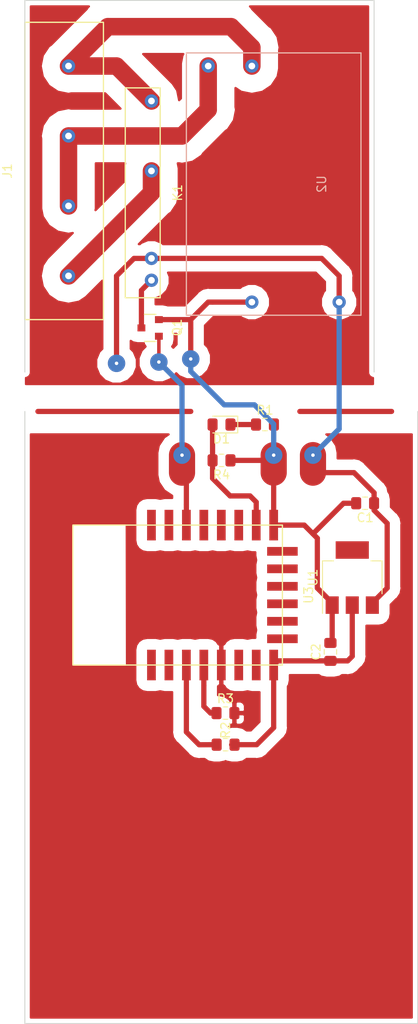
<source format=kicad_pcb>
(kicad_pcb (version 20171130) (host pcbnew 5.0.2-bee76a0~70~ubuntu16.04.1)

  (general
    (thickness 1.6)
    (drawings 12)
    (tracks 110)
    (zones 0)
    (modules 13)
    (nets 29)
  )

  (page A4)
  (layers
    (0 F.Cu signal)
    (31 B.Cu signal)
    (32 B.Adhes user)
    (33 F.Adhes user)
    (34 B.Paste user)
    (35 F.Paste user)
    (36 B.SilkS user)
    (37 F.SilkS user)
    (38 B.Mask user)
    (39 F.Mask user)
    (40 Dwgs.User user)
    (41 Cmts.User user)
    (42 Eco1.User user)
    (43 Eco2.User user)
    (44 Edge.Cuts user)
    (45 Margin user)
    (46 B.CrtYd user)
    (47 F.CrtYd user)
    (48 B.Fab user)
    (49 F.Fab user)
  )

  (setup
    (last_trace_width 0.6)
    (trace_clearance 1.2)
    (zone_clearance 0.508)
    (zone_45_only no)
    (trace_min 0.2)
    (segment_width 0.2)
    (edge_width 0.1)
    (via_size 0.8)
    (via_drill 0.4)
    (via_min_size 0.4)
    (via_min_drill 0.3)
    (uvia_size 0.3)
    (uvia_drill 0.1)
    (uvias_allowed no)
    (uvia_min_size 0.2)
    (uvia_min_drill 0.1)
    (pcb_text_width 0.3)
    (pcb_text_size 1.5 1.5)
    (mod_edge_width 0.15)
    (mod_text_size 1 1)
    (mod_text_width 0.15)
    (pad_size 3.5 1)
    (pad_drill 0)
    (pad_to_mask_clearance 0)
    (solder_mask_min_width 0.25)
    (aux_axis_origin 0 0)
    (visible_elements FFFFFF7F)
    (pcbplotparams
      (layerselection 0x00000_7fffffff)
      (usegerberextensions false)
      (usegerberattributes false)
      (usegerberadvancedattributes false)
      (creategerberjobfile false)
      (excludeedgelayer true)
      (linewidth 0.100000)
      (plotframeref false)
      (viasonmask false)
      (mode 1)
      (useauxorigin false)
      (hpglpennumber 1)
      (hpglpenspeed 20)
      (hpglpendiameter 15.000000)
      (psnegative false)
      (psa4output false)
      (plotreference false)
      (plotvalue false)
      (plotinvisibletext false)
      (padsonsilk false)
      (subtractmaskfromsilk false)
      (outputformat 5)
      (mirror false)
      (drillshape 0)
      (scaleselection 1)
      (outputdirectory "plot/svg/"))
  )

  (net 0 "")
  (net 1 +5V)
  (net 2 +3V3)
  (net 3 GND)
  (net 4 NEUT)
  (net 5 AC)
  (net 6 AC_LOAD)
  (net 7 "Net-(K1-Pad1)")
  (net 8 "Net-(Q1-Pad2)")
  (net 9 Capacitive)
  (net 10 led1)
  (net 11 "Net-(D1-Pad1)")
  (net 12 "Net-(U3-Pad6)")
  (net 13 "Net-(U3-Pad5)")
  (net 14 "Net-(U3-Pad2)")
  (net 15 "Net-(U3-Pad9)")
  (net 16 "Net-(U3-Pad10)")
  (net 17 "Net-(U3-Pad11)")
  (net 18 "Net-(U3-Pad12)")
  (net 19 "Net-(U3-Pad13)")
  (net 20 "Net-(U3-Pad14)")
  (net 21 "Net-(U3-Pad16)")
  (net 22 "Net-(U3-Pad21)")
  (net 23 "Net-(U3-Pad1)")
  (net 24 "Net-(U3-Pad22)")
  (net 25 "Net-(U3-Pad17)")
  (net 26 "Net-(U3-Pad4)")
  (net 27 "Net-(R2-Pad1)")
  (net 28 "Net-(R3-Pad1)")

  (net_class Default "This is the default net class."
    (clearance 1.2)
    (trace_width 0.6)
    (via_dia 0.8)
    (via_drill 0.4)
    (uvia_dia 0.3)
    (uvia_drill 0.1)
    (add_net +3V3)
    (add_net +5V)
    (add_net Capacitive)
    (add_net GND)
    (add_net "Net-(D1-Pad1)")
    (add_net "Net-(K1-Pad1)")
    (add_net "Net-(Q1-Pad2)")
    (add_net "Net-(R2-Pad1)")
    (add_net "Net-(R3-Pad1)")
    (add_net "Net-(U3-Pad1)")
    (add_net "Net-(U3-Pad10)")
    (add_net "Net-(U3-Pad11)")
    (add_net "Net-(U3-Pad12)")
    (add_net "Net-(U3-Pad13)")
    (add_net "Net-(U3-Pad14)")
    (add_net "Net-(U3-Pad16)")
    (add_net "Net-(U3-Pad17)")
    (add_net "Net-(U3-Pad2)")
    (add_net "Net-(U3-Pad21)")
    (add_net "Net-(U3-Pad22)")
    (add_net "Net-(U3-Pad4)")
    (add_net "Net-(U3-Pad5)")
    (add_net "Net-(U3-Pad6)")
    (add_net "Net-(U3-Pad9)")
    (add_net led1)
  )

  (net_class AC ""
    (clearance 2)
    (trace_width 2)
    (via_dia 2.5)
    (via_drill 0.4)
    (uvia_dia 0.3)
    (uvia_drill 0.2)
    (add_net AC)
    (add_net AC_LOAD)
    (add_net NEUT)
  )

  (module Capacitor_SMD:C_0805_2012Metric_Pad1.15x1.40mm_HandSolder (layer F.Cu) (tedit 5B36C52B) (tstamp 5C8EDE57)
    (at 126.525 85.598 180)
    (descr "Capacitor SMD 0805 (2012 Metric), square (rectangular) end terminal, IPC_7351 nominal with elongated pad for handsoldering. (Body size source: https://docs.google.com/spreadsheets/d/1BsfQQcO9C6DZCsRaXUlFlo91Tg2WpOkGARC1WS5S8t0/edit?usp=sharing), generated with kicad-footprint-generator")
    (tags "capacitor handsolder")
    (path /5C82CB61)
    (attr smd)
    (fp_text reference R4 (at 0 -1.65 180) (layer F.SilkS)
      (effects (font (size 1 1) (thickness 0.15)))
    )
    (fp_text value 10K (at 0 1.65 180) (layer F.Fab)
      (effects (font (size 1 1) (thickness 0.15)))
    )
    (fp_line (start -1 0.6) (end -1 -0.6) (layer F.Fab) (width 0.1))
    (fp_line (start -1 -0.6) (end 1 -0.6) (layer F.Fab) (width 0.1))
    (fp_line (start 1 -0.6) (end 1 0.6) (layer F.Fab) (width 0.1))
    (fp_line (start 1 0.6) (end -1 0.6) (layer F.Fab) (width 0.1))
    (fp_line (start -0.261252 -0.71) (end 0.261252 -0.71) (layer F.SilkS) (width 0.12))
    (fp_line (start -0.261252 0.71) (end 0.261252 0.71) (layer F.SilkS) (width 0.12))
    (fp_line (start -1.85 0.95) (end -1.85 -0.95) (layer F.CrtYd) (width 0.05))
    (fp_line (start -1.85 -0.95) (end 1.85 -0.95) (layer F.CrtYd) (width 0.05))
    (fp_line (start 1.85 -0.95) (end 1.85 0.95) (layer F.CrtYd) (width 0.05))
    (fp_line (start 1.85 0.95) (end -1.85 0.95) (layer F.CrtYd) (width 0.05))
    (fp_text user %R (at 0 0 180) (layer F.Fab)
      (effects (font (size 0.5 0.5) (thickness 0.08)))
    )
    (pad 1 smd roundrect (at -1.025 0 180) (size 1.15 1.4) (layers F.Cu F.Paste F.Mask) (roundrect_rratio 0.217391)
      (net 3 GND))
    (pad 2 smd roundrect (at 1.025 0 180) (size 1.15 1.4) (layers F.Cu F.Paste F.Mask) (roundrect_rratio 0.217391)
      (net 10 led1))
    (model ${KISYS3DMOD}/Capacitor_SMD.3dshapes/C_0805_2012Metric.wrl
      (at (xyz 0 0 0))
      (scale (xyz 1 1 1))
      (rotate (xyz 0 0 0))
    )
  )

  (module Capacitor_SMD:C_0805_2012Metric_Pad1.15x1.40mm_HandSolder (layer F.Cu) (tedit 5B36C52B) (tstamp 5C8EDE46)
    (at 126.975 114.5)
    (descr "Capacitor SMD 0805 (2012 Metric), square (rectangular) end terminal, IPC_7351 nominal with elongated pad for handsoldering. (Body size source: https://docs.google.com/spreadsheets/d/1BsfQQcO9C6DZCsRaXUlFlo91Tg2WpOkGARC1WS5S8t0/edit?usp=sharing), generated with kicad-footprint-generator")
    (tags "capacitor handsolder")
    (path /5C825842)
    (attr smd)
    (fp_text reference R3 (at 0 -1.65) (layer F.SilkS)
      (effects (font (size 1 1) (thickness 0.15)))
    )
    (fp_text value 1M (at 0 1.65) (layer F.Fab)
      (effects (font (size 1 1) (thickness 0.15)))
    )
    (fp_text user %R (at 0 0) (layer F.Fab)
      (effects (font (size 0.5 0.5) (thickness 0.08)))
    )
    (fp_line (start 1.85 0.95) (end -1.85 0.95) (layer F.CrtYd) (width 0.05))
    (fp_line (start 1.85 -0.95) (end 1.85 0.95) (layer F.CrtYd) (width 0.05))
    (fp_line (start -1.85 -0.95) (end 1.85 -0.95) (layer F.CrtYd) (width 0.05))
    (fp_line (start -1.85 0.95) (end -1.85 -0.95) (layer F.CrtYd) (width 0.05))
    (fp_line (start -0.261252 0.71) (end 0.261252 0.71) (layer F.SilkS) (width 0.12))
    (fp_line (start -0.261252 -0.71) (end 0.261252 -0.71) (layer F.SilkS) (width 0.12))
    (fp_line (start 1 0.6) (end -1 0.6) (layer F.Fab) (width 0.1))
    (fp_line (start 1 -0.6) (end 1 0.6) (layer F.Fab) (width 0.1))
    (fp_line (start -1 -0.6) (end 1 -0.6) (layer F.Fab) (width 0.1))
    (fp_line (start -1 0.6) (end -1 -0.6) (layer F.Fab) (width 0.1))
    (pad 2 smd roundrect (at 1.025 0) (size 1.15 1.4) (layers F.Cu F.Paste F.Mask) (roundrect_rratio 0.217391)
      (net 9 Capacitive))
    (pad 1 smd roundrect (at -1.025 0) (size 1.15 1.4) (layers F.Cu F.Paste F.Mask) (roundrect_rratio 0.217391)
      (net 28 "Net-(R3-Pad1)"))
    (model ${KISYS3DMOD}/Capacitor_SMD.3dshapes/C_0805_2012Metric.wrl
      (at (xyz 0 0 0))
      (scale (xyz 1 1 1))
      (rotate (xyz 0 0 0))
    )
  )

  (module Capacitor_SMD:C_0805_2012Metric_Pad1.15x1.40mm_HandSolder (layer F.Cu) (tedit 5B36C52B) (tstamp 5C8EEFEF)
    (at 126.991 118.11)
    (descr "Capacitor SMD 0805 (2012 Metric), square (rectangular) end terminal, IPC_7351 nominal with elongated pad for handsoldering. (Body size source: https://docs.google.com/spreadsheets/d/1BsfQQcO9C6DZCsRaXUlFlo91Tg2WpOkGARC1WS5S8t0/edit?usp=sharing), generated with kicad-footprint-generator")
    (tags "capacitor handsolder")
    (path /5C826D0F)
    (attr smd)
    (fp_text reference R2 (at 0 -1.65 90) (layer F.SilkS)
      (effects (font (size 1 1) (thickness 0.15)))
    )
    (fp_text value 10K (at 0 1.65) (layer F.Fab)
      (effects (font (size 1 1) (thickness 0.15)))
    )
    (fp_line (start -1 0.6) (end -1 -0.6) (layer F.Fab) (width 0.1))
    (fp_line (start -1 -0.6) (end 1 -0.6) (layer F.Fab) (width 0.1))
    (fp_line (start 1 -0.6) (end 1 0.6) (layer F.Fab) (width 0.1))
    (fp_line (start 1 0.6) (end -1 0.6) (layer F.Fab) (width 0.1))
    (fp_line (start -0.261252 -0.71) (end 0.261252 -0.71) (layer F.SilkS) (width 0.12))
    (fp_line (start -0.261252 0.71) (end 0.261252 0.71) (layer F.SilkS) (width 0.12))
    (fp_line (start -1.85 0.95) (end -1.85 -0.95) (layer F.CrtYd) (width 0.05))
    (fp_line (start -1.85 -0.95) (end 1.85 -0.95) (layer F.CrtYd) (width 0.05))
    (fp_line (start 1.85 -0.95) (end 1.85 0.95) (layer F.CrtYd) (width 0.05))
    (fp_line (start 1.85 0.95) (end -1.85 0.95) (layer F.CrtYd) (width 0.05))
    (fp_text user %R (at 0 0 90) (layer F.Fab)
      (effects (font (size 0.5 0.5) (thickness 0.08)))
    )
    (pad 1 smd roundrect (at -1.025 0) (size 1.15 1.4) (layers F.Cu F.Paste F.Mask) (roundrect_rratio 0.217391)
      (net 27 "Net-(R2-Pad1)"))
    (pad 2 smd roundrect (at 1.025 0) (size 1.15 1.4) (layers F.Cu F.Paste F.Mask) (roundrect_rratio 0.217391)
      (net 2 +3V3))
    (model ${KISYS3DMOD}/Capacitor_SMD.3dshapes/C_0805_2012Metric.wrl
      (at (xyz 0 0 0))
      (scale (xyz 1 1 1))
      (rotate (xyz 0 0 0))
    )
  )

  (module light_switch:esp-12 (layer F.Cu) (tedit 5C826E17) (tstamp 5CFCFA7F)
    (at 125.5 101 90)
    (path /5C7FD1E2)
    (fp_text reference U3 (at 0 11 90) (layer F.SilkS)
      (effects (font (size 1 1) (thickness 0.15)))
    )
    (fp_text value ESP-12F (at 0 -17 90) (layer F.Fab)
      (effects (font (size 1 1) (thickness 0.15)))
    )
    (fp_line (start -8 -16) (end 0 -16) (layer F.SilkS) (width 0.15))
    (fp_line (start -8 8) (end -8 -16) (layer F.SilkS) (width 0.15))
    (fp_line (start 8 8) (end -8 8) (layer F.SilkS) (width 0.15))
    (fp_line (start 8 -16) (end 8 8) (layer F.SilkS) (width 0.15))
    (fp_line (start 0 -16) (end 8 -16) (layer F.SilkS) (width 0.15))
    (pad 22 smd rect (at -8 -7 90) (size 3.5 1) (layers F.Cu F.Paste F.Mask)
      (net 24 "Net-(U3-Pad22)"))
    (pad 1 smd rect (at 8 -7 90) (size 3.5 1) (layers F.Cu F.Paste F.Mask)
      (net 23 "Net-(U3-Pad1)"))
    (pad 21 smd rect (at -8 -5 90) (size 3.5 1) (layers F.Cu F.Paste F.Mask)
      (net 22 "Net-(U3-Pad21)"))
    (pad 20 smd rect (at -8 -3 90) (size 3.5 1) (layers F.Cu F.Paste F.Mask)
      (net 27 "Net-(R2-Pad1)"))
    (pad 19 smd rect (at -8 -1 90) (size 3.5 1) (layers F.Cu F.Paste F.Mask)
      (net 28 "Net-(R3-Pad1)"))
    (pad 18 smd rect (at -8 1 90) (size 3.5 1) (layers F.Cu F.Paste F.Mask)
      (net 9 Capacitive))
    (pad 17 smd rect (at -8 3 90) (size 3.5 1) (layers F.Cu F.Paste F.Mask)
      (net 25 "Net-(U3-Pad17)"))
    (pad 16 smd rect (at -8 5 90) (size 3.5 1) (layers F.Cu F.Paste F.Mask)
      (net 21 "Net-(U3-Pad16)"))
    (pad 15 smd rect (at -8 7 90) (size 3.5 1) (layers F.Cu F.Paste F.Mask)
      (net 2 +3V3))
    (pad 14 smd rect (at -5 8) (size 3.5 1) (layers F.Cu F.Paste F.Mask)
      (net 20 "Net-(U3-Pad14)"))
    (pad 13 smd rect (at -3 8) (size 3.5 1) (layers F.Cu F.Paste F.Mask)
      (net 19 "Net-(U3-Pad13)"))
    (pad 12 smd rect (at -1 8) (size 3.5 1) (layers F.Cu F.Paste F.Mask)
      (net 18 "Net-(U3-Pad12)"))
    (pad 11 smd rect (at 1 8) (size 3.5 1) (layers F.Cu F.Paste F.Mask)
      (net 17 "Net-(U3-Pad11)"))
    (pad 10 smd rect (at 3 8) (size 3.5 1) (layers F.Cu F.Paste F.Mask)
      (net 16 "Net-(U3-Pad10)"))
    (pad 9 smd rect (at 5 8 180) (size 3.5 1) (layers F.Cu F.Paste F.Mask)
      (net 15 "Net-(U3-Pad9)"))
    (pad 2 smd rect (at 8 -5 90) (size 3.5 1) (layers F.Cu F.Paste F.Mask)
      (net 14 "Net-(U3-Pad2)"))
    (pad 3 smd rect (at 8 -3 90) (size 3.5 1) (layers F.Cu F.Paste F.Mask)
      (net 8 "Net-(Q1-Pad2)"))
    (pad 4 smd rect (at 8 -1 90) (size 3.5 1) (layers F.Cu F.Paste F.Mask)
      (net 26 "Net-(U3-Pad4)"))
    (pad 5 smd rect (at 8 1 90) (size 3.5 1) (layers F.Cu F.Paste F.Mask)
      (net 13 "Net-(U3-Pad5)"))
    (pad 6 smd rect (at 8 3 90) (size 3.5 1) (layers F.Cu F.Paste F.Mask)
      (net 12 "Net-(U3-Pad6)"))
    (pad 7 smd rect (at 8 5 90) (size 3.5 1) (layers F.Cu F.Paste F.Mask)
      (net 10 led1))
    (pad 8 smd rect (at 8 7 90) (size 3.5 1) (layers F.Cu F.Paste F.Mask)
      (net 3 GND))
  )

  (module "light_switch:SOT-23 2222A" (layer F.Cu) (tedit 5C7D0DF9) (tstamp 5CE560E6)
    (at 119 70.45 90)
    (path /5C7CEDEE)
    (fp_text reference Q1 (at 0.05 2.45 90) (layer F.SilkS)
      (effects (font (size 1 1) (thickness 0.15)))
    )
    (fp_text value PN2222A (at 0.05 -3.9 90) (layer F.Fab)
      (effects (font (size 1 1) (thickness 0.15)))
    )
    (fp_line (start 1.55 -1.3) (end 1.55 0) (layer F.SilkS) (width 0.15))
    (fp_line (start -1.55 0) (end -1.55 -1.3) (layer F.SilkS) (width 0.15))
    (pad 1 smd rect (at 0.95 0.35 90) (size 0.8 0.9) (layers F.Cu F.Paste F.Mask)
      (net 3 GND))
    (pad 2 smd rect (at -0.95 0.35 90) (size 0.8 0.9) (layers F.Cu F.Paste F.Mask)
      (net 8 "Net-(Q1-Pad2)"))
    (pad 3 smd rect (at 0 -1.65 90) (size 0.8 0.9) (layers F.Cu F.Paste F.Mask)
      (net 7 "Net-(K1-Pad1)"))
  )

  (module Capacitor_SMD:C_0805_2012Metric_Pad1.15x1.40mm_HandSolder (layer F.Cu) (tedit 5B36C52B) (tstamp 5CFD10D6)
    (at 142.975 90.5 180)
    (descr "Capacitor SMD 0805 (2012 Metric), square (rectangular) end terminal, IPC_7351 nominal with elongated pad for handsoldering. (Body size source: https://docs.google.com/spreadsheets/d/1BsfQQcO9C6DZCsRaXUlFlo91Tg2WpOkGARC1WS5S8t0/edit?usp=sharing), generated with kicad-footprint-generator")
    (tags "capacitor handsolder")
    (path /5C7CE715)
    (attr smd)
    (fp_text reference C1 (at 0 -1.65 180) (layer F.SilkS)
      (effects (font (size 1 1) (thickness 0.15)))
    )
    (fp_text value "10 uF" (at 0 1.65 180) (layer F.Fab)
      (effects (font (size 1 1) (thickness 0.15)))
    )
    (fp_text user %R (at 0 0) (layer F.Fab)
      (effects (font (size 0.5 0.5) (thickness 0.08)))
    )
    (fp_line (start 1.85 0.95) (end -1.85 0.95) (layer F.CrtYd) (width 0.05))
    (fp_line (start 1.85 -0.95) (end 1.85 0.95) (layer F.CrtYd) (width 0.05))
    (fp_line (start -1.85 -0.95) (end 1.85 -0.95) (layer F.CrtYd) (width 0.05))
    (fp_line (start -1.85 0.95) (end -1.85 -0.95) (layer F.CrtYd) (width 0.05))
    (fp_line (start -0.261252 0.71) (end 0.261252 0.71) (layer F.SilkS) (width 0.12))
    (fp_line (start -0.261252 -0.71) (end 0.261252 -0.71) (layer F.SilkS) (width 0.12))
    (fp_line (start 1 0.6) (end -1 0.6) (layer F.Fab) (width 0.1))
    (fp_line (start 1 -0.6) (end 1 0.6) (layer F.Fab) (width 0.1))
    (fp_line (start -1 -0.6) (end 1 -0.6) (layer F.Fab) (width 0.1))
    (fp_line (start -1 0.6) (end -1 -0.6) (layer F.Fab) (width 0.1))
    (pad 2 smd roundrect (at 1.025 0 180) (size 1.15 1.4) (layers F.Cu F.Paste F.Mask) (roundrect_rratio 0.217391)
      (net 3 GND))
    (pad 1 smd roundrect (at -1.025 0 180) (size 1.15 1.4) (layers F.Cu F.Paste F.Mask) (roundrect_rratio 0.217391)
      (net 1 +5V))
    (model ${KISYS3DMOD}/Capacitor_SMD.3dshapes/C_0805_2012Metric.wrl
      (at (xyz 0 0 0))
      (scale (xyz 1 1 1))
      (rotate (xyz 0 0 0))
    )
  )

  (module Capacitor_SMD:C_0805_2012Metric_Pad1.15x1.40mm_HandSolder (layer F.Cu) (tedit 5B36C52B) (tstamp 5CF14967)
    (at 139 107.5 90)
    (descr "Capacitor SMD 0805 (2012 Metric), square (rectangular) end terminal, IPC_7351 nominal with elongated pad for handsoldering. (Body size source: https://docs.google.com/spreadsheets/d/1BsfQQcO9C6DZCsRaXUlFlo91Tg2WpOkGARC1WS5S8t0/edit?usp=sharing), generated with kicad-footprint-generator")
    (tags "capacitor handsolder")
    (path /5C7CE79A)
    (attr smd)
    (fp_text reference C2 (at 0 -1.65 90) (layer F.SilkS)
      (effects (font (size 1 1) (thickness 0.15)))
    )
    (fp_text value "22 uF" (at 0 1.65 90) (layer F.Fab)
      (effects (font (size 1 1) (thickness 0.15)))
    )
    (fp_text user %R (at 0 0 90) (layer F.Fab)
      (effects (font (size 0.5 0.5) (thickness 0.08)))
    )
    (fp_line (start 1.85 0.95) (end -1.85 0.95) (layer F.CrtYd) (width 0.05))
    (fp_line (start 1.85 -0.95) (end 1.85 0.95) (layer F.CrtYd) (width 0.05))
    (fp_line (start -1.85 -0.95) (end 1.85 -0.95) (layer F.CrtYd) (width 0.05))
    (fp_line (start -1.85 0.95) (end -1.85 -0.95) (layer F.CrtYd) (width 0.05))
    (fp_line (start -0.261252 0.71) (end 0.261252 0.71) (layer F.SilkS) (width 0.12))
    (fp_line (start -0.261252 -0.71) (end 0.261252 -0.71) (layer F.SilkS) (width 0.12))
    (fp_line (start 1 0.6) (end -1 0.6) (layer F.Fab) (width 0.1))
    (fp_line (start 1 -0.6) (end 1 0.6) (layer F.Fab) (width 0.1))
    (fp_line (start -1 -0.6) (end 1 -0.6) (layer F.Fab) (width 0.1))
    (fp_line (start -1 0.6) (end -1 -0.6) (layer F.Fab) (width 0.1))
    (pad 2 smd roundrect (at 1.025 0 90) (size 1.15 1.4) (layers F.Cu F.Paste F.Mask) (roundrect_rratio 0.217391)
      (net 3 GND))
    (pad 1 smd roundrect (at -1.025 0 90) (size 1.15 1.4) (layers F.Cu F.Paste F.Mask) (roundrect_rratio 0.217391)
      (net 2 +3V3))
    (model ${KISYS3DMOD}/Capacitor_SMD.3dshapes/C_0805_2012Metric.wrl
      (at (xyz 0 0 0))
      (scale (xyz 1 1 1))
      (rotate (xyz 0 0 0))
    )
  )

  (module LED_SMD:LED_0805_2012Metric_Pad1.15x1.40mm_HandSolder (layer F.Cu) (tedit 5B4B45C9) (tstamp 5CF14930)
    (at 126.525 81.5 180)
    (descr "LED SMD 0805 (2012 Metric), square (rectangular) end terminal, IPC_7351 nominal, (Body size source: https://docs.google.com/spreadsheets/d/1BsfQQcO9C6DZCsRaXUlFlo91Tg2WpOkGARC1WS5S8t0/edit?usp=sharing), generated with kicad-footprint-generator")
    (tags "LED handsolder")
    (path /5C8057A1)
    (attr smd)
    (fp_text reference D1 (at 0 -1.65 180) (layer F.SilkS)
      (effects (font (size 1 1) (thickness 0.15)))
    )
    (fp_text value LED (at 0 1.65 180) (layer F.Fab)
      (effects (font (size 1 1) (thickness 0.15)))
    )
    (fp_text user %R (at 0 0 180) (layer F.Fab)
      (effects (font (size 0.5 0.5) (thickness 0.08)))
    )
    (fp_line (start 1.85 0.95) (end -1.85 0.95) (layer F.CrtYd) (width 0.05))
    (fp_line (start 1.85 -0.95) (end 1.85 0.95) (layer F.CrtYd) (width 0.05))
    (fp_line (start -1.85 -0.95) (end 1.85 -0.95) (layer F.CrtYd) (width 0.05))
    (fp_line (start -1.85 0.95) (end -1.85 -0.95) (layer F.CrtYd) (width 0.05))
    (fp_line (start -1.86 0.96) (end 1 0.96) (layer F.SilkS) (width 0.12))
    (fp_line (start -1.86 -0.96) (end -1.86 0.96) (layer F.SilkS) (width 0.12))
    (fp_line (start 1 -0.96) (end -1.86 -0.96) (layer F.SilkS) (width 0.12))
    (fp_line (start 1 0.6) (end 1 -0.6) (layer F.Fab) (width 0.1))
    (fp_line (start -1 0.6) (end 1 0.6) (layer F.Fab) (width 0.1))
    (fp_line (start -1 -0.3) (end -1 0.6) (layer F.Fab) (width 0.1))
    (fp_line (start -0.7 -0.6) (end -1 -0.3) (layer F.Fab) (width 0.1))
    (fp_line (start 1 -0.6) (end -0.7 -0.6) (layer F.Fab) (width 0.1))
    (pad 2 smd roundrect (at 1.025 0 180) (size 1.15 1.4) (layers F.Cu F.Paste F.Mask) (roundrect_rratio 0.217391)
      (net 10 led1))
    (pad 1 smd roundrect (at -1.025 0 180) (size 1.15 1.4) (layers F.Cu F.Paste F.Mask) (roundrect_rratio 0.217391)
      (net 11 "Net-(D1-Pad1)"))
    (model ${KISYS3DMOD}/LED_SMD.3dshapes/LED_0805_2012Metric.wrl
      (at (xyz 0 0 0))
      (scale (xyz 1 1 1))
      (rotate (xyz 0 0 0))
    )
  )

  (module light_switch:Block_connector (layer F.Cu) (tedit 5C7CF0B5) (tstamp 5CD9AD5B)
    (at 109 52.5 270)
    (path /5C7D1023)
    (fp_text reference J1 (at 0 7 270) (layer F.SilkS)
      (effects (font (size 1 1) (thickness 0.15)))
    )
    (fp_text value Conn_01x04_Male (at 0 -6 270) (layer F.Fab)
      (effects (font (size 1 1) (thickness 0.15)))
    )
    (fp_line (start -17 -4) (end -17 0) (layer F.SilkS) (width 0.15))
    (fp_line (start 17 -4) (end -17 -4) (layer F.SilkS) (width 0.15))
    (fp_line (start 17 5) (end 17 -4) (layer F.SilkS) (width 0.15))
    (fp_line (start -17 5) (end 17 5) (layer F.SilkS) (width 0.15))
    (fp_line (start -17 0) (end -17 5) (layer F.SilkS) (width 0.15))
    (pad 4 thru_hole circle (at 12 0 270) (size 1.524 1.524) (drill 0.762) (layers *.Cu *.Mask)
      (net 6 AC_LOAD))
    (pad 1 thru_hole circle (at -12 0 270) (size 1.524 1.524) (drill 0.762) (layers *.Cu *.Mask)
      (net 5 AC))
    (pad 3 thru_hole circle (at 4 0 270) (size 1.524 1.524) (drill 0.762) (layers *.Cu *.Mask)
      (net 4 NEUT))
    (pad 2 thru_hole circle (at -4 0 270) (size 1.524 1.524) (drill 0.762) (layers *.Cu *.Mask)
      (net 4 NEUT))
  )

  (module light_switch:Solid_state_relay (layer F.Cu) (tedit 5C7D41A9) (tstamp 5CD9AD68)
    (at 117.5 55 90)
    (path /5C7D7C58)
    (fp_text reference K1 (at 0 4 90) (layer F.SilkS)
      (effects (font (size 1 1) (thickness 0.15)))
    )
    (fp_text value UMS05-1A80-75L (at 0 -4.5 90) (layer F.Fab)
      (effects (font (size 1 1) (thickness 0.15)))
    )
    (fp_line (start -12 2) (end -12 0) (layer F.SilkS) (width 0.15))
    (fp_line (start 12 2) (end -12 2) (layer F.SilkS) (width 0.15))
    (fp_line (start 12 -2) (end 12 2) (layer F.SilkS) (width 0.15))
    (fp_line (start -12 -2) (end 12 -2) (layer F.SilkS) (width 0.15))
    (fp_line (start -12 0) (end -12 -2) (layer F.SilkS) (width 0.15))
    (pad 4 thru_hole circle (at 10.5 1 90) (size 1.524 1.524) (drill 0.762) (layers *.Cu *.Mask)
      (net 5 AC))
    (pad 3 thru_hole circle (at 2.5 1 90) (size 1.524 1.524) (drill 0.762) (layers *.Cu *.Mask)
      (net 6 AC_LOAD))
    (pad 2 thru_hole circle (at -7.5 1 90) (size 1.524 1.524) (drill 0.762) (layers *.Cu *.Mask)
      (net 1 +5V))
    (pad 1 thru_hole circle (at -10 1 90) (size 1.524 1.524) (drill 0.762) (layers *.Cu *.Mask)
      (net 7 "Net-(K1-Pad1)"))
  )

  (module Capacitor_SMD:C_0805_2012Metric_Pad1.15x1.40mm_HandSolder (layer F.Cu) (tedit 5B36C52B) (tstamp 5CF149F7)
    (at 131.5 81.5)
    (descr "Capacitor SMD 0805 (2012 Metric), square (rectangular) end terminal, IPC_7351 nominal with elongated pad for handsoldering. (Body size source: https://docs.google.com/spreadsheets/d/1BsfQQcO9C6DZCsRaXUlFlo91Tg2WpOkGARC1WS5S8t0/edit?usp=sharing), generated with kicad-footprint-generator")
    (tags "capacitor handsolder")
    (path /5C7D2D07)
    (attr smd)
    (fp_text reference R1 (at 0 -1.65) (layer F.SilkS)
      (effects (font (size 1 1) (thickness 0.15)))
    )
    (fp_text value 220 (at 0 1.65) (layer F.Fab)
      (effects (font (size 1 1) (thickness 0.15)))
    )
    (fp_text user %R (at 0 0) (layer F.Fab)
      (effects (font (size 0.5 0.5) (thickness 0.08)))
    )
    (fp_line (start 1.85 0.95) (end -1.85 0.95) (layer F.CrtYd) (width 0.05))
    (fp_line (start 1.85 -0.95) (end 1.85 0.95) (layer F.CrtYd) (width 0.05))
    (fp_line (start -1.85 -0.95) (end 1.85 -0.95) (layer F.CrtYd) (width 0.05))
    (fp_line (start -1.85 0.95) (end -1.85 -0.95) (layer F.CrtYd) (width 0.05))
    (fp_line (start -0.261252 0.71) (end 0.261252 0.71) (layer F.SilkS) (width 0.12))
    (fp_line (start -0.261252 -0.71) (end 0.261252 -0.71) (layer F.SilkS) (width 0.12))
    (fp_line (start 1 0.6) (end -1 0.6) (layer F.Fab) (width 0.1))
    (fp_line (start 1 -0.6) (end 1 0.6) (layer F.Fab) (width 0.1))
    (fp_line (start -1 -0.6) (end 1 -0.6) (layer F.Fab) (width 0.1))
    (fp_line (start -1 0.6) (end -1 -0.6) (layer F.Fab) (width 0.1))
    (pad 2 smd roundrect (at 1.025 0) (size 1.15 1.4) (layers F.Cu F.Paste F.Mask) (roundrect_rratio 0.217391)
      (net 3 GND))
    (pad 1 smd roundrect (at -1.025 0) (size 1.15 1.4) (layers F.Cu F.Paste F.Mask) (roundrect_rratio 0.217391)
      (net 11 "Net-(D1-Pad1)"))
    (model ${KISYS3DMOD}/Capacitor_SMD.3dshapes/C_0805_2012Metric.wrl
      (at (xyz 0 0 0))
      (scale (xyz 1 1 1))
      (rotate (xyz 0 0 0))
    )
  )

  (module Package_TO_SOT_SMD:SOT-223-3_TabPin2 (layer F.Cu) (tedit 5A02FF57) (tstamp 5CF149BA)
    (at 141.5 99 90)
    (descr "module CMS SOT223 4 pins")
    (tags "CMS SOT")
    (path /5C794018)
    (attr smd)
    (fp_text reference U1 (at 0 -4.5 90) (layer F.SilkS)
      (effects (font (size 1 1) (thickness 0.15)))
    )
    (fp_text value AMS1117-3.3 (at 0 4.5 90) (layer F.Fab)
      (effects (font (size 1 1) (thickness 0.15)))
    )
    (fp_line (start 1.85 -3.35) (end 1.85 3.35) (layer F.Fab) (width 0.1))
    (fp_line (start -1.85 3.35) (end 1.85 3.35) (layer F.Fab) (width 0.1))
    (fp_line (start -4.1 -3.41) (end 1.91 -3.41) (layer F.SilkS) (width 0.12))
    (fp_line (start -0.85 -3.35) (end 1.85 -3.35) (layer F.Fab) (width 0.1))
    (fp_line (start -1.85 3.41) (end 1.91 3.41) (layer F.SilkS) (width 0.12))
    (fp_line (start -1.85 -2.35) (end -1.85 3.35) (layer F.Fab) (width 0.1))
    (fp_line (start -1.85 -2.35) (end -0.85 -3.35) (layer F.Fab) (width 0.1))
    (fp_line (start -4.4 -3.6) (end -4.4 3.6) (layer F.CrtYd) (width 0.05))
    (fp_line (start -4.4 3.6) (end 4.4 3.6) (layer F.CrtYd) (width 0.05))
    (fp_line (start 4.4 3.6) (end 4.4 -3.6) (layer F.CrtYd) (width 0.05))
    (fp_line (start 4.4 -3.6) (end -4.4 -3.6) (layer F.CrtYd) (width 0.05))
    (fp_line (start 1.91 -3.41) (end 1.91 -2.15) (layer F.SilkS) (width 0.12))
    (fp_line (start 1.91 3.41) (end 1.91 2.15) (layer F.SilkS) (width 0.12))
    (fp_text user %R (at 0 0 180) (layer F.Fab)
      (effects (font (size 0.8 0.8) (thickness 0.12)))
    )
    (pad 1 smd rect (at -3.15 -2.3 90) (size 2 1.5) (layers F.Cu F.Paste F.Mask)
      (net 3 GND))
    (pad 3 smd rect (at -3.15 2.3 90) (size 2 1.5) (layers F.Cu F.Paste F.Mask)
      (net 1 +5V))
    (pad 2 smd rect (at -3.15 0 90) (size 2 1.5) (layers F.Cu F.Paste F.Mask)
      (net 2 +3V3))
    (pad 2 smd rect (at 3.15 0 90) (size 2 3.8) (layers F.Cu F.Paste F.Mask)
      (net 2 +3V3))
    (model ${KISYS3DMOD}/Package_TO_SOT_SMD.3dshapes/SOT-223.wrl
      (at (xyz 0 0 0))
      (scale (xyz 1 1 1))
      (rotate (xyz 0 0 0))
    )
  )

  (module light_switch:5v_power_supply (layer B.Cu) (tedit 5C7D0142) (tstamp 5CD9B229)
    (at 132.5 54 270)
    (path /5C7CE0BB)
    (fp_text reference U2 (at 0 -5.5 270) (layer B.SilkS)
      (effects (font (size 1 1) (thickness 0.15)) (justify mirror))
    )
    (fp_text value 5v_power_supply (at 0 6 90) (layer B.Fab)
      (effects (font (size 1 1) (thickness 0.15)) (justify mirror))
    )
    (fp_line (start -15 -10) (end -15 0) (layer B.SilkS) (width 0.15))
    (fp_line (start 15 -10) (end -15 -10) (layer B.SilkS) (width 0.15))
    (fp_line (start 15 10) (end 15 -10) (layer B.SilkS) (width 0.15))
    (fp_line (start -15 10) (end 15 10) (layer B.SilkS) (width 0.15))
    (fp_line (start -15 0) (end -15 10) (layer B.SilkS) (width 0.15))
    (pad 4 thru_hole circle (at 13.5 2.5 270) (size 1.524 1.524) (drill 0.762) (layers *.Cu *.Mask)
      (net 3 GND))
    (pad 3 thru_hole circle (at 13.5 -7.5 270) (size 1.524 1.524) (drill 0.762) (layers *.Cu *.Mask)
      (net 1 +5V))
    (pad 1 thru_hole circle (at -13.5 2.5 270) (size 1.524 1.524) (drill 0.762) (layers *.Cu *.Mask)
      (net 5 AC))
    (pad 2 thru_hole circle (at -13.5 7.5 270) (size 1.524 1.524) (drill 0.762) (layers *.Cu *.Mask)
      (net 4 NEUT))
  )

  (gr_text "CLS v01" (at 141.5 145.5) (layer F.Mask)
    (effects (font (size 1.5 1.5) (thickness 0.3)))
  )
  (gr_line (start 137 85) (end 137 87) (layer F.Mask) (width 3) (tstamp 5C8EF5A9))
  (gr_line (start 132.5 85) (end 132.5 87) (layer F.Mask) (width 3) (tstamp 5C8EF5A9))
  (gr_line (start 122 85) (end 122 87) (layer F.Mask) (width 3))
  (gr_line (start 104 33) (end 104 35.5) (layer Edge.Cuts) (width 0.1))
  (gr_line (start 144 33) (end 104 33) (layer Edge.Cuts) (width 0.1))
  (gr_line (start 144 35.5) (end 144 33) (layer Edge.Cuts) (width 0.1))
  (gr_line (start 149 150) (end 149 80) (layer Edge.Cuts) (width 0.1))
  (gr_line (start 104 150) (end 149 150) (layer Edge.Cuts) (width 0.1) (tstamp 5CF148BF))
  (gr_line (start 104 80) (end 104 150) (layer Edge.Cuts) (width 0.1))
  (gr_line (start 104 35.5) (end 104 75.5) (layer Edge.Cuts) (width 0.1))
  (gr_line (start 144 75.5) (end 144 35.5) (layer Edge.Cuts) (width 0.1) (tstamp 5CF12B45))

  (segment (start 146 80) (end 135.5 80) (width 0.6) (layer F.Cu) (net 0))
  (segment (start 105.5 80) (end 123 80) (width 0.6) (layer F.Cu) (net 0))
  (segment (start 114.5 74.5) (end 114.5 74.5) (width 0.25) (layer F.Cu) (net 1) (tstamp 5CF117E8))
  (via (at 114.5 74.5) (size 2) (drill 0.4) (layers F.Cu B.Cu) (net 1))
  (via (at 137 85) (size 2) (drill 0.4) (layers F.Cu B.Cu) (net 1) (tstamp 5CFD020E))
  (segment (start 114.5 74.5) (end 114.5 64.5) (width 0.6) (layer F.Cu) (net 1))
  (segment (start 114.5 64.5) (end 116.5 62.5) (width 0.6) (layer F.Cu) (net 1))
  (segment (start 116.5 62.5) (end 118.5 62.5) (width 0.6) (layer F.Cu) (net 1))
  (segment (start 140 67.5) (end 140 64.5) (width 0.6) (layer F.Cu) (net 1))
  (segment (start 138 62.5) (end 118.5 62.5) (width 0.6) (layer F.Cu) (net 1))
  (segment (start 140 64.5) (end 138 62.5) (width 0.6) (layer F.Cu) (net 1))
  (segment (start 137 87) (end 137 85) (width 3) (layer F.Cu) (net 1))
  (segment (start 144 89.7) (end 144 90.5) (width 0.6) (layer F.Cu) (net 1))
  (segment (start 144 89.30011) (end 144 89.7) (width 0.6) (layer F.Cu) (net 1))
  (segment (start 141.69989 87) (end 144 89.30011) (width 0.6) (layer F.Cu) (net 1))
  (segment (start 137 87) (end 141.69989 87) (width 0.6) (layer F.Cu) (net 1))
  (segment (start 140 82) (end 137 85) (width 0.6) (layer B.Cu) (net 1))
  (segment (start 140 67.5) (end 140 82) (width 0.6) (layer B.Cu) (net 1))
  (segment (start 143.8 101.9) (end 143.8 102.15) (width 0.6) (layer F.Cu) (net 1))
  (segment (start 144 90.5) (end 144 91.3) (width 0.6) (layer F.Cu) (net 1))
  (segment (start 145.5 100.2) (end 143.8 101.9) (width 0.6) (layer F.Cu) (net 1))
  (segment (start 144 91.3) (end 145.5 92.8) (width 0.6) (layer F.Cu) (net 1))
  (segment (start 145.5 92.8) (end 145.5 100.2) (width 0.6) (layer F.Cu) (net 1))
  (segment (start 140.975 108.525) (end 139 108.525) (width 0.6) (layer F.Cu) (net 2))
  (segment (start 141.5 108) (end 140.975 108.525) (width 0.6) (layer F.Cu) (net 2))
  (segment (start 141.5 102.15) (end 141.5 108) (width 0.6) (layer F.Cu) (net 2))
  (segment (start 132.975 108.525) (end 132.5 109) (width 0.6) (layer F.Cu) (net 2))
  (segment (start 139 108.525) (end 132.975 108.525) (width 0.6) (layer F.Cu) (net 2))
  (segment (start 132.5 116.166) (end 132.5 109) (width 0.6) (layer F.Cu) (net 2))
  (segment (start 130.556 118.11) (end 132.5 116.166) (width 0.6) (layer F.Cu) (net 2))
  (segment (start 128.016 118.11) (end 130.556 118.11) (width 0.6) (layer F.Cu) (net 2))
  (segment (start 127.684 118.119) (end 128.016 118.11) (width 0.6) (layer F.Cu) (net 2))
  (segment (start 123 74.5) (end 123 74.5) (width 0.25) (layer F.Cu) (net 3) (tstamp 5CF117F4))
  (via (at 123 74) (size 2) (drill 0.4) (layers F.Cu B.Cu) (net 3))
  (via (at 132.5 85) (size 2) (drill 0.4) (layers F.Cu B.Cu) (net 3) (tstamp 5CF14A8D))
  (segment (start 123.5 74.5) (end 123 74) (width 0.4) (layer B.Cu) (net 3))
  (segment (start 130 67.5) (end 125.5 67.5) (width 0.6) (layer F.Cu) (net 3))
  (segment (start 123 70) (end 123 70.05) (width 0.4) (layer F.Cu) (net 3))
  (segment (start 119.35 69.5) (end 123 69.5) (width 0.6) (layer F.Cu) (net 3))
  (segment (start 123 69.5) (end 123 70.5) (width 0.6) (layer F.Cu) (net 3))
  (segment (start 123 70.5) (end 123 74.5) (width 0.6) (layer F.Cu) (net 3))
  (segment (start 123 70.05) (end 123 70.5) (width 0.4) (layer F.Cu) (net 3))
  (segment (start 123 69.5) (end 125 67.5) (width 0.6) (layer F.Cu) (net 3))
  (segment (start 125 67.5) (end 125.5 67.5) (width 0.6) (layer F.Cu) (net 3))
  (segment (start 132.5 85) (end 132.5 87) (width 3) (layer F.Cu) (net 3))
  (segment (start 136 93) (end 132.5 93) (width 0.6) (layer F.Cu) (net 3))
  (segment (start 140.5 90.5) (end 137 94) (width 0.6) (layer F.Cu) (net 3))
  (segment (start 141.95 90.5) (end 140.5 90.5) (width 0.6) (layer F.Cu) (net 3))
  (segment (start 137 94) (end 136 93) (width 0.6) (layer F.Cu) (net 3))
  (segment (start 132.5 87) (end 132.5 93) (width 0.6) (layer F.Cu) (net 3))
  (segment (start 132.525 84.975) (end 132.5 85) (width 0.6) (layer F.Cu) (net 3))
  (segment (start 132.5 85) (end 132.5 83.5) (width 0.6) (layer B.Cu) (net 3))
  (segment (start 137.5 100.2) (end 139.2 101.9) (width 0.6) (layer F.Cu) (net 3))
  (segment (start 137.5 94.5) (end 137.5 100.2) (width 0.6) (layer F.Cu) (net 3))
  (segment (start 139.2 101.9) (end 139.2 102.15) (width 0.6) (layer F.Cu) (net 3))
  (segment (start 137 94) (end 137.5 94.5) (width 0.6) (layer F.Cu) (net 3))
  (segment (start 139.2 102.15) (end 139.2 106.275) (width 0.6) (layer F.Cu) (net 3))
  (segment (start 132.5 81.525) (end 132.525 81.5) (width 0.6) (layer F.Cu) (net 3))
  (segment (start 132.5 85) (end 132.5 81.525) (width 0.6) (layer F.Cu) (net 3))
  (segment (start 123 75.414213) (end 126.833787 79.248) (width 0.6) (layer B.Cu) (net 3))
  (segment (start 123 74) (end 123 75.414213) (width 0.6) (layer B.Cu) (net 3))
  (segment (start 126.833787 79.248) (end 130.302 79.248) (width 0.6) (layer B.Cu) (net 3))
  (segment (start 132.5 81.446) (end 132.5 83.5) (width 0.6) (layer B.Cu) (net 3))
  (segment (start 130.302 79.248) (end 132.5 81.446) (width 0.6) (layer B.Cu) (net 3))
  (segment (start 131.902 85.598) (end 132.5 85) (width 0.6) (layer F.Cu) (net 3))
  (segment (start 127.55 85.598) (end 131.902 85.598) (width 0.6) (layer F.Cu) (net 3))
  (segment (start 139.2 106.275) (end 139 106.475) (width 0.6) (layer F.Cu) (net 3))
  (segment (start 109 48.5) (end 109 56.5) (width 2) (layer F.Cu) (net 4))
  (segment (start 125 45.5) (end 125 40.5) (width 2) (layer F.Cu) (net 4))
  (segment (start 122 48.5) (end 125 45.5) (width 2) (layer F.Cu) (net 4))
  (segment (start 109 48.5) (end 122 48.5) (width 2) (layer F.Cu) (net 4))
  (segment (start 114.5 40.5) (end 109 40.5) (width 2) (layer F.Cu) (net 5))
  (segment (start 118.5 44.5) (end 114.5 40.5) (width 2) (layer F.Cu) (net 5))
  (segment (start 110.999999 38.500001) (end 109 40.5) (width 2) (layer F.Cu) (net 5))
  (segment (start 130 38.37868) (end 127.621319 35.999999) (width 2) (layer F.Cu) (net 5))
  (segment (start 113.500001 35.999999) (end 110.999999 38.500001) (width 2) (layer F.Cu) (net 5))
  (segment (start 127.621319 35.999999) (end 113.500001 35.999999) (width 2) (layer F.Cu) (net 5))
  (segment (start 130 40.5) (end 130 38.37868) (width 2) (layer F.Cu) (net 5))
  (segment (start 109 64.5) (end 118.5 55) (width 2) (layer F.Cu) (net 6))
  (segment (start 118.5 55) (end 118.5 52.5) (width 2) (layer F.Cu) (net 6))
  (segment (start 117.35 66.15) (end 117.5 66) (width 0.4) (layer F.Cu) (net 7))
  (segment (start 117.35 70.45) (end 117.35 66.15) (width 0.6) (layer F.Cu) (net 7))
  (segment (start 117.5 66) (end 118.5 65) (width 0.6) (layer F.Cu) (net 7))
  (segment (start 119.35 74.35) (end 119.35 74.35) (width 0.25) (layer F.Cu) (net 8) (tstamp 5CF117EA))
  (via (at 119.35 74.35) (size 2) (drill 0.4) (layers F.Cu B.Cu) (net 8))
  (segment (start 119.35 74.915685) (end 119.5 75.065685) (width 0.25) (layer B.Cu) (net 8))
  (segment (start 119.35 74.35) (end 119.35 74.915685) (width 0.25) (layer B.Cu) (net 8))
  (via (at 122 85) (size 2) (drill 0.4) (layers F.Cu B.Cu) (net 8) (tstamp 5CF14991))
  (segment (start 119.35 71.95) (end 119.35 74.35) (width 0.4) (layer F.Cu) (net 8))
  (segment (start 119.35 71.95) (end 119.35 71.4) (width 0.4) (layer F.Cu) (net 8))
  (segment (start 122 77) (end 119.35 74.35) (width 0.6) (layer B.Cu) (net 8))
  (segment (start 122 85) (end 122 77) (width 0.6) (layer B.Cu) (net 8))
  (segment (start 122.5 90.65) (end 122.5 93) (width 0.6) (layer F.Cu) (net 8))
  (segment (start 122.500001 87.500001) (end 122.5 90.65) (width 0.6) (layer F.Cu) (net 8))
  (segment (start 122 87) (end 122.500001 87.500001) (width 0.6) (layer F.Cu) (net 8))
  (segment (start 122 87) (end 122 85) (width 3) (layer F.Cu) (net 8) (tstamp 5C8EF565))
  (segment (start 130.5 93) (end 130.5 90.368) (width 0.6) (layer F.Cu) (net 10))
  (segment (start 130.5 90.368) (end 129.794 89.662) (width 0.6) (layer F.Cu) (net 10))
  (segment (start 129.794 89.662) (end 127.508 89.662) (width 0.6) (layer F.Cu) (net 10))
  (segment (start 125.5 87.654) (end 125.5 85.598) (width 0.6) (layer F.Cu) (net 10))
  (segment (start 127.508 89.662) (end 125.5 87.654) (width 0.6) (layer F.Cu) (net 10))
  (segment (start 125.5 85.598) (end 125.5 81.5) (width 0.6) (layer F.Cu) (net 10))
  (segment (start 127.55 81.5) (end 130.475 81.5) (width 0.6) (layer F.Cu) (net 11))
  (segment (start 123.961 118.119) (end 125.966 118.11) (width 0.6) (layer F.Cu) (net 27))
  (segment (start 122.5 116.658) (end 123.961 118.119) (width 0.6) (layer F.Cu) (net 27))
  (segment (start 122.5 109) (end 122.5 116.658) (width 0.6) (layer F.Cu) (net 27))
  (segment (start 124.5 111.35) (end 124.5 109) (width 0.6) (layer F.Cu) (net 28))
  (segment (start 125.275 114.5) (end 124.5 113.725) (width 0.6) (layer F.Cu) (net 28))
  (segment (start 124.5 113.725) (end 124.5 111.35) (width 0.6) (layer F.Cu) (net 28))
  (segment (start 125.95 114.5) (end 125.275 114.5) (width 0.6) (layer F.Cu) (net 28))

  (zone (net 9) (net_name Capacitive) (layer F.Cu) (tstamp 5C8EF5F1) (hatch edge 0.508)
    (connect_pads (clearance 0.508))
    (min_thickness 0.254)
    (fill yes (arc_segments 16) (thermal_gap 0.508) (thermal_bridge_width 0.508))
    (polygon
      (pts
        (xy 104 82.5) (xy 149 82.5) (xy 149 150) (xy 104 150)
      )
    )
    (filled_polygon
      (pts
        (xy 119.961848 82.961847) (xy 119.337024 83.896959) (xy 119.173 84.721565) (xy 119.173 87.278434) (xy 119.337024 88.10304)
        (xy 119.961847 89.038152) (xy 120.873001 89.646968) (xy 120.873001 89.897003) (xy 120 89.897003) (xy 119.5 89.996459)
        (xy 119 89.897003) (xy 118 89.897003) (xy 117.48223 89.999994) (xy 117.043287 90.293287) (xy 116.749994 90.73223)
        (xy 116.647003 91.25) (xy 116.647003 94.75) (xy 116.749994 95.26777) (xy 117.043287 95.706713) (xy 117.48223 96.000006)
        (xy 118 96.102997) (xy 119 96.102997) (xy 119.5 96.003541) (xy 120 96.102997) (xy 121 96.102997)
        (xy 121.5 96.003541) (xy 122 96.102997) (xy 123 96.102997) (xy 123.5 96.003541) (xy 124 96.102997)
        (xy 125 96.102997) (xy 125.5 96.003541) (xy 126 96.102997) (xy 127 96.102997) (xy 127.5 96.003541)
        (xy 128 96.102997) (xy 129 96.102997) (xy 129.5 96.003541) (xy 130 96.102997) (xy 130.397003 96.102997)
        (xy 130.397003 96.5) (xy 130.496459 97) (xy 130.397003 97.5) (xy 130.397003 98.5) (xy 130.496459 99)
        (xy 130.397003 99.5) (xy 130.397003 100.5) (xy 130.496459 101) (xy 130.397003 101.5) (xy 130.397003 102.5)
        (xy 130.496459 103) (xy 130.397003 103.5) (xy 130.397003 104.5) (xy 130.496459 105) (xy 130.397003 105.5)
        (xy 130.397003 105.897003) (xy 130 105.897003) (xy 129.5 105.996459) (xy 129 105.897003) (xy 128 105.897003)
        (xy 127.48223 105.999994) (xy 127.043287 106.293287) (xy 126.828325 106.615) (xy 126.78575 106.615) (xy 126.627 106.77375)
        (xy 126.627 108.873) (xy 126.647 108.873) (xy 126.647 109.127) (xy 126.627 109.127) (xy 126.627 111.22625)
        (xy 126.78575 111.385) (xy 126.828325 111.385) (xy 127.043287 111.706713) (xy 127.48223 112.000006) (xy 128 112.102997)
        (xy 129 112.102997) (xy 129.5 112.003541) (xy 130 112.102997) (xy 130.873001 112.102997) (xy 130.873 115.492075)
        (xy 129.882076 116.483) (xy 129.409373 116.483) (xy 128.954441 116.179024) (xy 128.341001 116.057003) (xy 127.690999 116.057003)
        (xy 127.345184 116.12579) (xy 127.40849 116.08349) (xy 127.574526 115.835) (xy 127.71425 115.835) (xy 127.873 115.67625)
        (xy 127.873 114.975123) (xy 127.877997 114.950001) (xy 127.877997 114.627) (xy 128.127 114.627) (xy 128.127 115.67625)
        (xy 128.28575 115.835) (xy 128.701309 115.835) (xy 128.934698 115.738327) (xy 129.113327 115.559699) (xy 129.21 115.32631)
        (xy 129.21 114.78575) (xy 129.05125 114.627) (xy 128.127 114.627) (xy 127.877997 114.627) (xy 127.877997 114.049999)
        (xy 127.873 114.024877) (xy 127.873 113.32375) (xy 128.127 113.32375) (xy 128.127 114.373) (xy 129.05125 114.373)
        (xy 129.21 114.21425) (xy 129.21 113.67369) (xy 129.113327 113.440301) (xy 128.934698 113.261673) (xy 128.701309 113.165)
        (xy 128.28575 113.165) (xy 128.127 113.32375) (xy 127.873 113.32375) (xy 127.71425 113.165) (xy 127.574526 113.165)
        (xy 127.40849 112.91651) (xy 126.888441 112.569024) (xy 126.275001 112.447003) (xy 126.127 112.447003) (xy 126.127 111.451861)
        (xy 126.171675 111.385) (xy 126.21425 111.385) (xy 126.373 111.22625) (xy 126.373 109.127) (xy 126.353 109.127)
        (xy 126.353 108.873) (xy 126.373 108.873) (xy 126.373 106.77375) (xy 126.21425 106.615) (xy 126.171675 106.615)
        (xy 125.956713 106.293287) (xy 125.51777 105.999994) (xy 125 105.897003) (xy 124 105.897003) (xy 123.5 105.996459)
        (xy 123 105.897003) (xy 122 105.897003) (xy 121.5 105.996459) (xy 121 105.897003) (xy 120 105.897003)
        (xy 119.5 105.996459) (xy 119 105.897003) (xy 118 105.897003) (xy 117.48223 105.999994) (xy 117.043287 106.293287)
        (xy 116.749994 106.73223) (xy 116.647003 107.25) (xy 116.647003 110.75) (xy 116.749994 111.26777) (xy 117.043287 111.706713)
        (xy 117.48223 112.000006) (xy 118 112.102997) (xy 119 112.102997) (xy 119.5 112.003541) (xy 120 112.102997)
        (xy 120.873 112.102997) (xy 120.873001 116.497757) (xy 120.841127 116.658) (xy 120.9674 117.292823) (xy 121.09986 117.491062)
        (xy 121.327 117.831001) (xy 121.462847 117.921771) (xy 122.699837 119.158762) (xy 122.793277 119.297254) (xy 123.060079 119.473799)
        (xy 123.326176 119.6516) (xy 123.329898 119.65234) (xy 123.333062 119.654434) (xy 123.647118 119.715439) (xy 123.960999 119.777873)
        (xy 124.124857 119.74528) (xy 124.581949 119.743228) (xy 125.027559 120.040976) (xy 125.640999 120.162997) (xy 126.291001 120.162997)
        (xy 126.904441 120.040976) (xy 126.991 119.983139) (xy 127.077559 120.040976) (xy 127.690999 120.162997) (xy 128.341001 120.162997)
        (xy 128.954441 120.040976) (xy 129.409373 119.737) (xy 130.395762 119.737) (xy 130.556 119.768873) (xy 130.716238 119.737)
        (xy 130.716242 119.737) (xy 131.190824 119.6426) (xy 131.729001 119.283001) (xy 131.819773 119.147151) (xy 133.537154 117.429771)
        (xy 133.673001 117.339001) (xy 134.0326 116.800824) (xy 134.127 116.326242) (xy 134.127 116.326239) (xy 134.158873 116.166001)
        (xy 134.127 116.005763) (xy 134.127 111.451861) (xy 134.250006 111.26777) (xy 134.352997 110.75) (xy 134.352997 110.152)
        (xy 137.668703 110.152) (xy 137.936559 110.330976) (xy 138.549999 110.452997) (xy 139.450001 110.452997) (xy 140.063441 110.330976)
        (xy 140.331297 110.152) (xy 140.814762 110.152) (xy 140.975 110.183873) (xy 141.135238 110.152) (xy 141.135242 110.152)
        (xy 141.609824 110.0576) (xy 142.148001 109.698001) (xy 142.238774 109.56215) (xy 142.53715 109.263774) (xy 142.673001 109.173001)
        (xy 143.0326 108.634824) (xy 143.127 108.160242) (xy 143.127 108.160239) (xy 143.158873 108.000001) (xy 143.127 107.839763)
        (xy 143.127 104.502997) (xy 144.55 104.502997) (xy 145.06777 104.400006) (xy 145.506713 104.106713) (xy 145.800006 103.66777)
        (xy 145.902997 103.15) (xy 145.902997 102.097928) (xy 146.537153 101.463772) (xy 146.673001 101.373001) (xy 147.0326 100.834824)
        (xy 147.127 100.360242) (xy 147.127 100.360239) (xy 147.158873 100.200001) (xy 147.127 100.039763) (xy 147.127 92.960236)
        (xy 147.158873 92.799999) (xy 147.127 92.639762) (xy 147.127 92.639758) (xy 147.0326 92.165176) (xy 146.673001 91.626999)
        (xy 146.537153 91.536229) (xy 145.927997 90.927072) (xy 145.927997 90.049999) (xy 145.805976 89.436559) (xy 145.635167 89.180925)
        (xy 145.5326 88.665286) (xy 145.263771 88.262955) (xy 145.26377 88.262954) (xy 145.173001 88.127109) (xy 145.037156 88.03634)
        (xy 142.963663 85.962849) (xy 142.872891 85.826999) (xy 142.334714 85.4674) (xy 141.860132 85.373) (xy 141.860128 85.373)
        (xy 141.69989 85.341127) (xy 141.539652 85.373) (xy 139.827 85.373) (xy 139.827 84.721565) (xy 139.662976 83.896959)
        (xy 139.038153 82.961847) (xy 138.53702 82.627) (xy 148.315001 82.627) (xy 148.315 149.315) (xy 104.685 149.315)
        (xy 104.685 92.964) (xy 109.347 92.964) (xy 109.347 108.966) (xy 109.356667 109.014601) (xy 109.384197 109.055803)
        (xy 109.425399 109.083333) (xy 109.474 109.093) (xy 115.57 109.093) (xy 115.618813 109.083244) (xy 115.659965 109.05564)
        (xy 115.687421 109.014388) (xy 115.697 108.96577) (xy 115.668 92.96377) (xy 115.658333 92.915399) (xy 115.630803 92.874197)
        (xy 115.589601 92.846667) (xy 115.541 92.837) (xy 109.474 92.837) (xy 109.425399 92.846667) (xy 109.384197 92.874197)
        (xy 109.356667 92.915399) (xy 109.347 92.964) (xy 104.685 92.964) (xy 104.685 82.627) (xy 120.462981 82.627)
      )
    )
  )
  (zone (net 0) (net_name "") (layer F.Cu) (tstamp 5C8EF5EE) (hatch edge 0.508)
    (connect_pads (clearance 0.508))
    (min_thickness 0.254)
    (fill yes (arc_segments 16) (thermal_gap 0.508) (thermal_bridge_width 0.508))
    (polygon
      (pts
        (xy 104 77) (xy 104 75.5) (xy 104 33) (xy 144 33) (xy 144 77)
      )
    )
    (filled_polygon
      (pts
        (xy 111.24556 33.745558) (xy 111.071102 34.006653) (xy 107.006654 38.071101) (xy 106.745559 38.245559) (xy 106.054431 39.279905)
        (xy 105.811739 40.5) (xy 106.054431 41.720095) (xy 106.745559 42.754441) (xy 107.779905 43.445569) (xy 108.69202 43.627)
        (xy 109 43.688261) (xy 109.30798 43.627) (xy 113.204755 43.627) (xy 114.950754 45.373) (xy 109.30798 45.373)
        (xy 109 45.311739) (xy 108.69202 45.373) (xy 107.779905 45.554431) (xy 106.745559 46.245559) (xy 106.054431 47.279905)
        (xy 105.811739 48.5) (xy 105.873 48.80798) (xy 105.873001 56.80798) (xy 106.054432 57.720095) (xy 106.74556 58.754441)
        (xy 107.779906 59.445569) (xy 109 59.688261) (xy 109.486206 59.591549) (xy 106.571103 62.506652) (xy 106.054431 63.279906)
        (xy 105.811739 64.5) (xy 106.054431 65.720094) (xy 106.74556 66.75444) (xy 107.779906 67.445569) (xy 109 67.688261)
        (xy 110.220094 67.445569) (xy 110.993348 66.928897) (xy 112.873001 65.049244) (xy 112.873 72.836124) (xy 112.527264 73.18186)
        (xy 112.173 74.037131) (xy 112.173 74.962869) (xy 112.527264 75.81814) (xy 113.18186 76.472736) (xy 114.037131 76.827)
        (xy 114.962869 76.827) (xy 115.81814 76.472736) (xy 116.472736 75.81814) (xy 116.827 74.962869) (xy 116.827 74.037131)
        (xy 116.472736 73.18186) (xy 116.127 72.836124) (xy 116.127 71.929466) (xy 116.38223 72.100006) (xy 116.9 72.202997)
        (xy 117.627164 72.202997) (xy 117.649994 72.31777) (xy 117.823 72.576692) (xy 117.823 72.586124) (xy 117.377264 73.03186)
        (xy 117.023 73.887131) (xy 117.023 74.812869) (xy 117.377264 75.66814) (xy 118.03186 76.322736) (xy 118.887131 76.677)
        (xy 119.812869 76.677) (xy 120.66814 76.322736) (xy 121.322736 75.66814) (xy 121.338707 75.629583) (xy 121.68186 75.972736)
        (xy 122.537131 76.327) (xy 123.462869 76.327) (xy 124.31814 75.972736) (xy 124.972736 75.31814) (xy 125.327 74.462869)
        (xy 125.327 73.537131) (xy 124.972736 72.68186) (xy 124.627 72.336124) (xy 124.627 70.173924) (xy 125.673925 69.127)
        (xy 128.672708 69.127) (xy 128.816677 69.270969) (xy 129.584472 69.589) (xy 130.415528 69.589) (xy 131.183323 69.270969)
        (xy 131.770969 68.683323) (xy 132.089 67.915528) (xy 132.089 67.084472) (xy 131.770969 66.316677) (xy 131.183323 65.729031)
        (xy 130.415528 65.411) (xy 129.584472 65.411) (xy 128.816677 65.729031) (xy 128.672708 65.873) (xy 125.160237 65.873)
        (xy 124.999999 65.841127) (xy 124.839761 65.873) (xy 124.839758 65.873) (xy 124.365176 65.9674) (xy 123.826999 66.326999)
        (xy 123.736228 66.462847) (xy 122.326076 67.873) (xy 120.352201 67.873) (xy 120.31777 67.849994) (xy 119.8 67.747003)
        (xy 118.977 67.747003) (xy 118.977 67.063537) (xy 119.683323 66.770969) (xy 120.270969 66.183323) (xy 120.589 65.415528)
        (xy 120.589 64.584472) (xy 120.399509 64.127) (xy 137.326076 64.127) (xy 138.373001 65.173925) (xy 138.373 66.172708)
        (xy 138.229031 66.316677) (xy 137.911 67.084472) (xy 137.911 67.915528) (xy 138.229031 68.683323) (xy 138.816677 69.270969)
        (xy 139.584472 69.589) (xy 140.415528 69.589) (xy 141.183323 69.270969) (xy 141.770969 68.683323) (xy 142.089 67.915528)
        (xy 142.089 67.084472) (xy 141.770969 66.316677) (xy 141.627 66.172708) (xy 141.627 64.660237) (xy 141.658873 64.499999)
        (xy 141.627 64.339761) (xy 141.627 64.339758) (xy 141.5326 63.865176) (xy 141.173001 63.326999) (xy 141.037153 63.236228)
        (xy 139.263773 61.462849) (xy 139.173001 61.326999) (xy 138.634824 60.9674) (xy 138.160242 60.873) (xy 138.160238 60.873)
        (xy 138 60.841127) (xy 137.839762 60.873) (xy 119.827292 60.873) (xy 119.683323 60.729031) (xy 118.915528 60.411)
        (xy 118.084472 60.411) (xy 117.316677 60.729031) (xy 117.172708 60.873) (xy 117.049246 60.873) (xy 120.493349 57.428897)
        (xy 120.754441 57.254441) (xy 121.445569 56.220095) (xy 121.627 55.30798) (xy 121.627 55.307979) (xy 121.688261 55)
        (xy 121.627 54.69202) (xy 121.627 52.19202) (xy 121.514611 51.627) (xy 121.69202 51.627) (xy 122 51.688261)
        (xy 122.30798 51.627) (xy 123.220095 51.445569) (xy 124.254441 50.754441) (xy 124.428899 50.493346) (xy 126.993346 47.928899)
        (xy 127.254441 47.754441) (xy 127.945569 46.720095) (xy 128.127 45.80798) (xy 128.127 45.807979) (xy 128.188261 45.5)
        (xy 128.127 45.19202) (xy 128.127 43.009312) (xy 128.779905 43.445569) (xy 130 43.688261) (xy 131.220094 43.445569)
        (xy 132.254441 42.754441) (xy 132.945569 41.720095) (xy 133.127 40.80798) (xy 133.127 38.68666) (xy 133.188261 38.37868)
        (xy 133.111614 37.993347) (xy 132.945569 37.158585) (xy 132.254441 36.124239) (xy 131.993348 35.949782) (xy 130.050218 34.006653)
        (xy 129.87576 33.745558) (xy 129.785129 33.685) (xy 143.315001 33.685) (xy 143.315 35.567461) (xy 143.315001 35.567466)
        (xy 143.315 75.567461) (xy 143.354745 75.767272) (xy 143.506143 75.993856) (xy 143.732727 76.145255) (xy 143.873 76.173157)
        (xy 143.873 76.873) (xy 104.127 76.873) (xy 104.127 76.173157) (xy 104.267273 76.145255) (xy 104.493857 75.993857)
        (xy 104.645255 75.767273) (xy 104.685 75.567462) (xy 104.685 33.685) (xy 111.336191 33.685)
      )
    )
    (filled_polygon
      (pts
        (xy 121.373 72.336124) (xy 121.027264 72.68186) (xy 121.011293 72.720417) (xy 120.877 72.586124) (xy 120.877 72.576691)
        (xy 121.050006 72.31777) (xy 121.152997 71.8) (xy 121.152997 71.127) (xy 121.373 71.127)
      )
    )
    (filled_polygon
      (pts
        (xy 115.373 52.19202) (xy 115.373 53.704754) (xy 112.091549 56.986206) (xy 112.127 56.80798) (xy 112.127 51.627)
        (xy 115.485389 51.627)
      )
    )
    (filled_polygon
      (pts
        (xy 122.054432 39.279905) (xy 121.873001 40.19202) (xy 121.873 44.204755) (xy 121.669926 44.407829) (xy 121.445569 43.279905)
        (xy 120.928897 42.506651) (xy 117.549244 39.126999) (xy 122.156601 39.126999)
      )
    )
  )
  (zone (net 0) (net_name "") (layer F.Cu) (tstamp 0) (hatch edge 0.508)
    (connect_pads (clearance 0.508))
    (min_thickness 0.254)
    (keepout (tracks allowed) (vias not_allowed) (copperpour not_allowed))
    (fill (arc_segments 16) (thermal_gap 0.508) (thermal_bridge_width 0.508))
    (polygon
      (pts
        (xy 109.474 92.964) (xy 115.541 92.964) (xy 115.57 108.966) (xy 109.474 108.966)
      )
    )
  )
)

</source>
